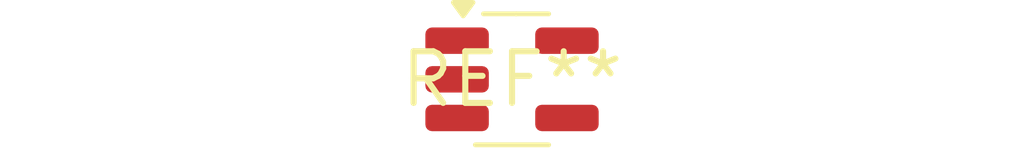
<source format=kicad_pcb>
(kicad_pcb (version 20240108) (generator pcbnew)
  (layers (0 "F.Cu" signal) (31 "B.Cu" signal) (34 "B.Paste" user) (35 "F.Paste" user) (36 "B.SilkS" user "B.Silkscreen") (37 "F.SilkS" user "F.Silkscreen") (38 "B.Mask" user) (39 "F.Mask" user) (44 "Edge.Cuts" user))
  (net 0 "")
  (footprint "SOT-23-5_HandSoldering" (layer "F.Cu") (at 0 0)
    (property "Reference" "REF**")
    (property "Value" "SOT-23-5_HandSoldering")
    (fp_line (start -0.9 1.61) (end 0.9 1.61) (layer "F.SilkS") (stroke (width 0.12)))
    (fp_line (start 0.1 -1.61) (end -0.7 -1.61) (layer "F.SilkS") (stroke (width 0.12)))
    (fp_line (start 0.1 -1.61) (end 0.9 -1.61) (layer "F.SilkS") (stroke (width 0.12)))
    (fp_poly (pts (xy -1.2 -1.56) (xy -1.44 -1.89) (xy -0.96 -1.89) (xy -1.2 -1.56)) (layer "F.SilkS") (stroke (width 0.12)) (fill solid))
    (pad "1" smd roundrect (at -1.35 -0.95) (size 1.56 0.65) (layers "F.Cu" "F.Paste" "F.Mask"))
    (pad "2" smd roundrect (at -1.35 0) (size 1.56 0.65) (layers "F.Cu" "F.Paste" "F.Mask"))
    (pad "3" smd roundrect (at -1.35 0.95) (size 1.56 0.65) (layers "F.Cu" "F.Paste" "F.Mask"))
    (pad "4" smd roundrect (at 1.35 0.95) (size 1.56 0.65) (layers "F.Cu" "F.Paste" "F.Mask"))
    (pad "5" smd roundrect (at 1.35 -0.95) (size 1.56 0.65) (layers "F.Cu" "F.Paste" "F.Mask"))
  )
)
</source>
